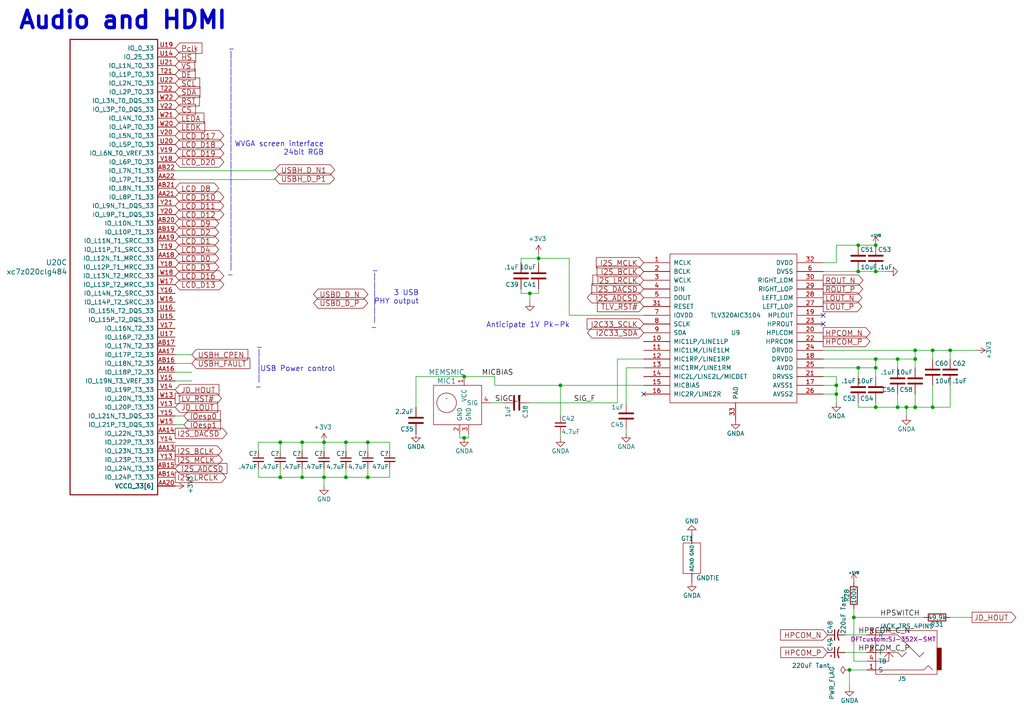
<source format=kicad_sch>
(kicad_sch (version 20230121) (generator eeschema)
  (paper "A4")
  (junction (at 265.43 104.14))
  (junction (at 93.98 138.43))
  (junction (at 134.62 109.22))
  (junction (at 248.92 71.12))
  (junction (at 106.68 128.27))
  (junction (at 248.92 106.68))
  (junction (at 260.35 118.11))
  (junction (at 248.92 78.74))
  (junction (at 254 106.68))
  (junction (at 81.28 138.43))
  (junction (at 265.43 118.11))
  (junction (at 242.57 111.76))
  (junction (at 87.63 128.27))
  (junction (at 106.68 138.43))
  (junction (at 81.28 128.27))
  (junction (at 100.33 128.27))
  (junction (at 254 71.12))
  (junction (at 254 104.14))
  (junction (at 254 78.74))
  (junction (at 87.63 138.43))
  (junction (at 262.89 118.11))
  (junction (at 247.65 179.07))
  (junction (at 270.51 101.6))
  (junction (at 275.59 101.6))
  (junction (at 265.43 101.6))
  (junction (at 260.35 104.14))
  (junction (at 270.51 118.11))
  (junction (at 134.62 127))
  (junction (at 246.38 194.31))
  (junction (at 93.98 128.27))
  (junction (at 242.57 114.3))
  (junction (at 162.56 111.76))
  (junction (at 156.21 74.93))
  (junction (at 254 118.11))
  (junction (at 153.67 85.09))
  (junction (at 100.33 138.43))
  (no_connect (at 238.76 93.98))
  (no_connect (at 238.76 91.44))
  (no_connect (at 186.69 114.3))
  (wire (pts (xy 134.62 127) (xy 135.89 127)))
  (wire (pts (xy 242.57 71.12) (xy 248.92 71.12)))
  (wire (pts (xy 74.93 128.27) (xy 74.93 130.81)))
  (wire (pts (xy 186.69 91.44) (xy 165.1 91.44)))
  (wire (pts (xy 156.21 73.66) (xy 156.21 74.93)))
  (wire (pts (xy 265.43 118.11) (xy 270.51 118.11)))
  (wire (pts (xy 79.756 49.276) (xy 79.248 49.276)))
  (wire (pts (xy 254 104.14) (xy 260.35 104.14)))
  (wire (pts (xy 79.248 49.276) (xy 79.248 49.53)))
  (wire (pts (xy 53.34 123.19) (xy 50.8 123.19)))
  (wire (pts (xy 55.626 105.41) (xy 50.8 105.41)))
  (wire (pts (xy 265.43 101.6) (xy 270.51 101.6)))
  (wire (pts (xy 179.07 104.14) (xy 179.07 116.84)))
  (wire (pts (xy 275.59 101.6) (xy 283.21 101.6)))
  (wire (pts (xy 275.59 118.11) (xy 275.59 111.76)))
  (wire (pts (xy 162.56 111.76) (xy 162.56 120.65)))
  (wire (pts (xy 265.43 101.6) (xy 265.43 104.14)))
  (wire (pts (xy 254 118.11) (xy 260.35 118.11)))
  (wire (pts (xy 81.28 135.89) (xy 81.28 138.43)))
  (wire (pts (xy 113.03 138.43) (xy 106.68 138.43)))
  (wire (pts (xy 93.98 128.27) (xy 87.63 128.27)))
  (wire (pts (xy 100.33 138.43) (xy 93.98 138.43)))
  (wire (pts (xy 265.43 104.14) (xy 265.43 106.68)))
  (wire (pts (xy 270.51 111.76) (xy 270.51 118.11)))
  (wire (pts (xy 181.61 124.46) (xy 181.61 125.73)))
  (wire (pts (xy 106.68 138.43) (xy 100.33 138.43)))
  (wire (pts (xy 260.35 114.3) (xy 260.35 118.11)))
  (wire (pts (xy 238.76 106.68) (xy 248.92 106.68)))
  (wire (pts (xy 81.28 130.81) (xy 81.28 128.27)))
  (wire (pts (xy 53.34 120.65) (xy 50.8 120.65)))
  (wire (pts (xy 143.51 111.76) (xy 143.51 109.22)))
  (wire (pts (xy 260.35 104.14) (xy 260.35 106.68)))
  (wire (pts (xy 238.76 78.74) (xy 248.92 78.74)))
  (wire (pts (xy 162.56 111.76) (xy 186.69 111.76)))
  (wire (pts (xy 93.98 128.27) (xy 93.98 130.81)))
  (wire (pts (xy 248.92 106.68) (xy 248.92 109.22)))
  (wire (pts (xy 87.63 138.43) (xy 81.28 138.43)))
  (wire (pts (xy 270.51 101.6) (xy 270.51 104.14)))
  (wire (pts (xy 134.62 109.22) (xy 120.65 109.22)))
  (wire (pts (xy 246.38 194.31) (xy 246.38 199.39)))
  (wire (pts (xy 179.07 104.14) (xy 186.69 104.14)))
  (wire (pts (xy 246.38 194.31) (xy 251.46 194.31)))
  (wire (pts (xy 270.51 101.6) (xy 275.59 101.6)))
  (wire (pts (xy 156.21 74.93) (xy 165.1 74.93)))
  (wire (pts (xy 79.248 49.53) (xy 50.8 49.53)))
  (wire (pts (xy 247.65 191.77) (xy 251.46 191.77)))
  (wire (pts (xy 162.56 125.73) (xy 162.56 127)))
  (wire (pts (xy 133.35 125.73) (xy 133.35 127)))
  (wire (pts (xy 100.33 128.27) (xy 93.98 128.27)))
  (wire (pts (xy 260.35 104.14) (xy 265.43 104.14)))
  (wire (pts (xy 262.89 118.11) (xy 265.43 118.11)))
  (wire (pts (xy 142.24 116.84) (xy 146.05 116.84)))
  (wire (pts (xy 87.63 128.27) (xy 81.28 128.27)))
  (wire (pts (xy 93.98 138.43) (xy 87.63 138.43)))
  (wire (pts (xy 254 118.11) (xy 254 116.84)))
  (wire (pts (xy 113.03 128.27) (xy 106.68 128.27)))
  (wire (pts (xy 186.69 106.68) (xy 181.61 106.68)))
  (wire (pts (xy 248.92 78.74) (xy 254 78.74)))
  (wire (pts (xy 254 78.74) (xy 257.81 78.74)))
  (wire (pts (xy 151.13 85.09) (xy 153.67 85.09)))
  (wire (pts (xy 106.68 128.27) (xy 106.68 130.81)))
  (wire (pts (xy 143.51 109.22) (xy 134.62 109.22)))
  (wire (pts (xy 156.21 85.09) (xy 156.21 83.82)))
  (wire (pts (xy 245.11 184.15) (xy 251.46 184.15)))
  (wire (pts (xy 238.76 76.2) (xy 242.57 76.2)))
  (wire (pts (xy 242.57 76.2) (xy 242.57 71.12)))
  (wire (pts (xy 100.33 135.89) (xy 100.33 138.43)))
  (wire (pts (xy 151.13 83.82) (xy 151.13 85.09)))
  (wire (pts (xy 247.65 179.07) (xy 247.65 191.77)))
  (wire (pts (xy 238.76 111.76) (xy 242.57 111.76)))
  (wire (pts (xy 74.93 138.43) (xy 74.93 135.89)))
  (wire (pts (xy 133.35 127) (xy 134.62 127)))
  (wire (pts (xy 247.65 176.53) (xy 247.65 179.07)))
  (wire (pts (xy 248.92 106.68) (xy 254 106.68)))
  (wire (pts (xy 151.13 76.2) (xy 151.13 74.93)))
  (wire (pts (xy 113.03 130.81) (xy 113.03 128.27)))
  (wire (pts (xy 55.626 110.49) (xy 50.8 110.49)))
  (wire (pts (xy 248.92 118.11) (xy 254 118.11)))
  (wire (pts (xy 79.502 51.816) (xy 79.502 52.07)))
  (wire (pts (xy 260.35 118.11) (xy 262.89 118.11)))
  (wire (pts (xy 254 106.68) (xy 254 109.22)))
  (wire (pts (xy 165.1 91.44) (xy 165.1 74.93)))
  (wire (pts (xy 238.76 101.6) (xy 265.43 101.6)))
  (wire (pts (xy 79.502 52.07) (xy 50.8 52.07)))
  (wire (pts (xy 242.57 111.76) (xy 242.57 114.3)))
  (wire (pts (xy 265.43 114.3) (xy 265.43 118.11)))
  (wire (pts (xy 113.03 138.43) (xy 113.03 135.89)))
  (wire (pts (xy 81.28 128.27) (xy 74.93 128.27)))
  (wire (pts (xy 270.51 118.11) (xy 275.59 118.11)))
  (wire (pts (xy 242.57 114.3) (xy 242.57 116.84)))
  (wire (pts (xy 81.28 138.43) (xy 74.93 138.43)))
  (wire (pts (xy 93.98 138.43) (xy 93.98 140.97)))
  (wire (pts (xy 106.68 135.89) (xy 106.68 138.43)))
  (wire (pts (xy 87.63 135.89) (xy 87.63 138.43)))
  (wire (pts (xy 275.59 179.07) (xy 281.94 179.07)))
  (wire (pts (xy 55.626 107.95) (xy 50.8 107.95)))
  (wire (pts (xy 247.65 179.07) (xy 267.97 179.07)))
  (wire (pts (xy 179.07 116.84) (xy 153.67 116.84)))
  (wire (pts (xy 238.76 109.22) (xy 242.57 109.22)))
  (wire (pts (xy 79.756 51.816) (xy 79.502 51.816)))
  (wire (pts (xy 93.98 135.89) (xy 93.98 138.43)))
  (wire (pts (xy 242.57 109.22) (xy 242.57 111.76)))
  (wire (pts (xy 238.76 114.3) (xy 242.57 114.3)))
  (wire (pts (xy 135.89 127) (xy 135.89 125.73)))
  (wire (pts (xy 153.67 85.09) (xy 156.21 85.09)))
  (wire (pts (xy 238.76 104.14) (xy 254 104.14)))
  (wire (pts (xy 87.63 128.27) (xy 87.63 130.81)))
  (wire (pts (xy 254 104.14) (xy 254 106.68)))
  (wire (pts (xy 153.67 87.63) (xy 153.67 85.09)))
  (wire (pts (xy 181.61 106.68) (xy 181.61 116.84)))
  (wire (pts (xy 248.92 118.11) (xy 248.92 116.84)))
  (wire (pts (xy 262.89 118.11) (xy 262.89 120.65)))
  (wire (pts (xy 143.51 111.76) (xy 162.56 111.76)))
  (wire (pts (xy 100.33 128.27) (xy 100.33 130.81)))
  (wire (pts (xy 275.59 101.6) (xy 275.59 104.14)))
  (wire (pts (xy 106.68 128.27) (xy 100.33 128.27)))
  (wire (pts (xy 55.626 102.87) (xy 50.8 102.87)))
  (wire (pts (xy 156.21 74.93) (xy 156.21 76.2)))
  (wire (pts (xy 248.92 71.12) (xy 254 71.12)))
  (wire (pts (xy 120.65 109.22) (xy 120.65 118.11)))
  (wire (pts (xy 151.13 74.93) (xy 156.21 74.93)))
  (wire (pts (xy 251.46 189.23) (xy 245.11 189.23)))
  (text "USB Power control" (at 75.438 107.95 0) (effects (font (size 1.524 1.524)) (justify left bottom)))
  (text " _\n|\n|\n|\n|\n|\n|\n -" (at 109.474 96.012 0) (effects (font (size 1.524 1.524)) (justify right bottom)))
  (text "  3 USB \nPHY output " (at 122.682 88.392 0) (effects (font (size 1.524 1.524)) (justify right bottom)))
  (text " _\n|\n|\n|\n|\n -" (at 75.946 113.284 0) (effects (font (size 1.524 1.524)) (justify right bottom)))
  (text "Anticipate 1V Pk-Pk" (at 140.97 95.25 0) (effects (font (size 1.5494 1.5494)) (justify left bottom)))
  (text "Audio and HDMI" (at 5.08 8.89 0) (effects (font (size 5.0038 5.0038) (thickness 1.0008) bold) (justify left bottom)))
  (text " _\n|\n|\n|\n|\n|\n|\n|\n|\n|\n|\n|\n|\n|\n|\n|\n|\n|\n|\n|\n|\n|\n|\n|\n|\n|\n|\n -" (at 67.818 80.772 0) (effects (font (size 1.524 1.524)) (justify right bottom)))
  (text "WVGA screen interface\n24bit RGB" (at 93.98 45.212 0) (effects (font (size 1.524 1.524)) (justify right bottom)))
  (label "HPSWITCH" (at 255.27 179.07 0) (effects (font (size 1.524 1.524))))
  (label "HPRCOM_C_P" (at 248.92 189.23 0) (effects (font (size 1.524 1.524))))
  (label "MICBIAS" (at 139.7 109.22 0) (effects (font (size 1.524 1.524))))
  (label "SIG_F" (at 166.37 116.84 0) (effects (font (size 1.524 1.524))))
  (label "SIGC_F" (at 143.51 116.84 0) (effects (font (size 1.524 1.524))))
  (label "HPRCOM_C_N" (at 248.92 184.15 0) (effects (font (size 1.524 1.524))))
  (global_label "LEDA" (shape input) (at 50.8 34.29 0) (effects (font (size 1.524 1.524))) (property "Intersheetrefs" "${INTERSHEET_REFS}" (effects hide)))
  (global_label "LOUT_N" (shape output) (at 238.76 86.36 0) (effects (font (size 1.524 1.524))) (property "Intersheetrefs" "${INTERSHEET_REFS}" (effects hide)))
  (global_label "USBD_D_N" (shape bidirectional) (at 90.932 85.344 0) (effects (font (size 1.524 1.524))) (property "Intersheetrefs" "${INTERSHEET_REFS}" (effects hide)))
  (global_label "LOUT_P" (shape output) (at 238.76 88.9 0) (effects (font (size 1.524 1.524))) (property "Intersheetrefs" "${INTERSHEET_REFS}" (effects hide)))
  (global_label "LCD_D19" (shape bidirectional) (at 50.8 44.45 0) (effects (font (size 1.524 1.524))) (property "Intersheetrefs" "${INTERSHEET_REFS}" (effects hide)))
  (global_label "IOesp0" (shape input) (at 53.34 120.65 0) (effects (font (size 1.524 1.524))) (property "Intersheetrefs" "${INTERSHEET_REFS}" (effects hide)))
  (global_label "I2S_ADCSD" (shape bidirectional) (at 186.69 86.36 180) (effects (font (size 1.524 1.524))) (property "Intersheetrefs" "${INTERSHEET_REFS}" (effects hide)))
  (global_label "LCD_D20" (shape bidirectional) (at 50.8 46.99 0) (effects (font (size 1.524 1.524))) (property "Intersheetrefs" "${INTERSHEET_REFS}" (effects hide)))
  (global_label "USBH_D_N1" (shape bidirectional) (at 79.756 49.276 0) (effects (font (size 1.524 1.524))) (property "Intersheetrefs" "${INTERSHEET_REFS}" (effects hide)))
  (global_label "LEDK" (shape input) (at 50.8 36.83 0) (effects (font (size 1.524 1.524))) (property "Intersheetrefs" "${INTERSHEET_REFS}" (effects hide)))
  (global_label "LCD_D12" (shape bidirectional) (at 50.8 62.23 0) (effects (font (size 1.524 1.524))) (property "Intersheetrefs" "${INTERSHEET_REFS}" (effects hide)))
  (global_label "RST" (shape input) (at 50.8 29.21 0) (effects (font (size 1.524 1.524))) (property "Intersheetrefs" "${INTERSHEET_REFS}" (effects hide)))
  (global_label "ROUT_P" (shape output) (at 238.76 83.82 0) (effects (font (size 1.524 1.524))) (property "Intersheetrefs" "${INTERSHEET_REFS}" (effects hide)))
  (global_label "LCD_D0" (shape bidirectional) (at 50.8 74.93 0) (effects (font (size 1.524 1.524))) (property "Intersheetrefs" "${INTERSHEET_REFS}" (effects hide)))
  (global_label "JD_HOUT" (shape output) (at 281.94 179.07 0) (effects (font (size 1.524 1.524))) (property "Intersheetrefs" "${INTERSHEET_REFS}" (effects hide)))
  (global_label "I2S_BCLK" (shape output) (at 50.8 130.81 0) (effects (font (size 1.524 1.524))) (property "Intersheetrefs" "${INTERSHEET_REFS}" (effects hide)))
  (global_label "LCD_D13" (shape bidirectional) (at 50.8 82.55 0) (effects (font (size 1.524 1.524))) (property "Intersheetrefs" "${INTERSHEET_REFS}" (effects hide)))
  (global_label "ROUT_N" (shape output) (at 238.76 81.28 0) (effects (font (size 1.524 1.524))) (property "Intersheetrefs" "${INTERSHEET_REFS}" (effects hide)))
  (global_label "LCD_D3" (shape bidirectional) (at 50.8 77.47 0) (effects (font (size 1.524 1.524))) (property "Intersheetrefs" "${INTERSHEET_REFS}" (effects hide)))
  (global_label "USBH_D_P1" (shape bidirectional) (at 79.756 51.816 0) (effects (font (size 1.524 1.524))) (property "Intersheetrefs" "${INTERSHEET_REFS}" (effects hide)))
  (global_label "DE" (shape input) (at 50.8 21.59 0) (effects (font (size 1.524 1.524))) (property "Intersheetrefs" "${INTERSHEET_REFS}" (effects hide)))
  (global_label "I2S_DACSD" (shape output) (at 50.8 125.73 0) (effects (font (size 1.524 1.524))) (property "Intersheetrefs" "${INTERSHEET_REFS}" (effects hide)))
  (global_label "SCL" (shape input) (at 50.8 24.13 0) (effects (font (size 1.524 1.524))) (property "Intersheetrefs" "${INTERSHEET_REFS}" (effects hide)))
  (global_label "I2S_MCLK" (shape input) (at 186.69 76.2 180) (effects (font (size 1.524 1.524))) (property "Intersheetrefs" "${INTERSHEET_REFS}" (effects hide)))
  (global_label "LCD_D16" (shape bidirectional) (at 50.8 80.01 0) (effects (font (size 1.524 1.524))) (property "Intersheetrefs" "${INTERSHEET_REFS}" (effects hide)))
  (global_label "LCD_D8" (shape bidirectional) (at 50.8 54.61 0) (effects (font (size 1.524 1.524))) (property "Intersheetrefs" "${INTERSHEET_REFS}" (effects hide)))
  (global_label "LCD_D11" (shape bidirectional) (at 50.8 59.69 0) (effects (font (size 1.524 1.524))) (property "Intersheetrefs" "${INTERSHEET_REFS}" (effects hide)))
  (global_label "TLV_RST#" (shape output) (at 50.8 115.57 0) (effects (font (size 1.524 1.524))) (property "Intersheetrefs" "${INTERSHEET_REFS}" (effects hide)))
  (global_label "LCD_D17" (shape bidirectional) (at 50.8 39.37 0) (effects (font (size 1.524 1.524))) (property "Intersheetrefs" "${INTERSHEET_REFS}" (effects hide)))
  (global_label "CS" (shape input) (at 50.8 31.75 0) (effects (font (size 1.524 1.524))) (property "Intersheetrefs" "${INTERSHEET_REFS}" (effects hide)))
  (global_label "I2S_ADCSD" (shape input) (at 50.8 135.89 0) (effects (font (size 1.524 1.524))) (property "Intersheetrefs" "${INTERSHEET_REFS}" (effects hide)))
  (global_label "HPCOM_P" (shape output) (at 238.76 99.06 0) (effects (font (size 1.524 1.524))) (property "Intersheetrefs" "${INTERSHEET_REFS}" (effects hide)))
  (global_label "I2S_MCLK" (shape output) (at 50.8 133.35 0) (effects (font (size 1.524 1.524))) (property "Intersheetrefs" "${INTERSHEET_REFS}" (effects hide)))
  (global_label "LCD_D4" (shape bidirectional) (at 50.8 72.39 0) (effects (font (size 1.524 1.524))) (property "Intersheetrefs" "${INTERSHEET_REFS}" (effects hide)))
  (global_label "I2S_LRCLK" (shape output) (at 50.8 138.43 0) (effects (font (size 1.524 1.524))) (property "Intersheetrefs" "${INTERSHEET_REFS}" (effects hide)))
  (global_label "Pclk" (shape input) (at 50.8 13.97 0) (effects (font (size 1.524 1.524))) (property "Intersheetrefs" "${INTERSHEET_REFS}" (effects hide)))
  (global_label "I2C33_SCLK" (shape input) (at 186.69 93.98 180) (effects (font (size 1.524 1.524))) (property "Intersheetrefs" "${INTERSHEET_REFS}" (effects hide)))
  (global_label "LCD_D10" (shape bidirectional) (at 50.8 57.15 0) (effects (font (size 1.524 1.524))) (property "Intersheetrefs" "${INTERSHEET_REFS}" (effects hide)))
  (global_label "JD_HOUT" (shape input) (at 50.8 113.03 0) (effects (font (size 1.524 1.524))) (property "Intersheetrefs" "${INTERSHEET_REFS}" (effects hide)))
  (global_label "USBH_FAULT" (shape input) (at 55.626 105.41 0) (effects (font (size 1.524 1.524))) (property "Intersheetrefs" "${INTERSHEET_REFS}" (effects hide)))
  (global_label "LCD_D9" (shape bidirectional) (at 50.8 64.77 0) (effects (font (size 1.524 1.524))) (property "Intersheetrefs" "${INTERSHEET_REFS}" (effects hide)))
  (global_label "LCD_D18" (shape bidirectional) (at 50.8 41.91 0) (effects (font (size 1.524 1.524))) (property "Intersheetrefs" "${INTERSHEET_REFS}" (effects hide)))
  (global_label "HS" (shape input) (at 50.8 16.51 0) (effects (font (size 1.524 1.524))) (property "Intersheetrefs" "${INTERSHEET_REFS}" (effects hide)))
  (global_label "USBD_D_P" (shape bidirectional) (at 90.932 87.884 0) (effects (font (size 1.524 1.524))) (property "Intersheetrefs" "${INTERSHEET_REFS}" (effects hide)))
  (global_label "HPCOM_N" (shape input) (at 240.03 184.15 180) (effects (font (size 1.524 1.524))) (property "Intersheetrefs" "${INTERSHEET_REFS}" (effects hide)))
  (global_label "TLV_RST#" (shape input) (at 186.69 88.9 180) (effects (font (size 1.524 1.524))) (property "Intersheetrefs" "${INTERSHEET_REFS}" (effects hide)))
  (global_label "LCD_D1" (shape bidirectional) (at 50.8 69.85 0) (effects (font (size 1.524 1.524))) (property "Intersheetrefs" "${INTERSHEET_REFS}" (effects hide)))
  (global_label "HPCOM_N" (shape output) (at 238.76 96.52 0) (effects (font (size 1.524 1.524))) (property "Intersheetrefs" "${INTERSHEET_REFS}" (effects hide)))
  (global_label "USBH_CPEN" (shape input) (at 55.626 102.87 0) (effects (font (size 1.524 1.524))) (property "Intersheetrefs" "${INTERSHEET_REFS}" (effects hide)))
  (global_label "JD_LOUT" (shape input) (at 50.8 118.11 0) (effects (font (size 1.524 1.524))) (property "Intersheetrefs" "${INTERSHEET_REFS}" (effects hide)))
  (global_label "LCD_D2" (shape bidirectional) (at 50.8 67.31 0) (effects (font (size 1.524 1.524))) (property "Intersheetrefs" "${INTERSHEET_REFS}" (effects hide)))
  (global_label "IOesp1" (shape input) (at 53.34 123.19 0) (effects (font (size 1.524 1.524))) (property "Intersheetrefs" "${INTERSHEET_REFS}" (effects hide)))
  (global_label "I2C33_SDA" (shape bidirectional) (at 186.69 96.52 180) (effects (font (size 1.524 1.524))) (property "Intersheetrefs" "${INTERSHEET_REFS}" (effects hide)))
  (global_label "HPCOM_P" (shape input) (at 240.03 189.23 180) (effects (font (size 1.524 1.524))) (property "Intersheetrefs" "${INTERSHEET_REFS}" (effects hide)))
  (global_label "VS" (shape input) (at 50.8 19.05 0) (effects (font (size 1.524 1.524))) (property "Intersheetrefs" "${INTERSHEET_REFS}" (effects hide)))
  (global_label "I2S_DACSD" (shape input) (at 186.69 83.82 180) (effects (font (size 1.524 1.524))) (property "Intersheetrefs" "${INTERSHEET_REFS}" (effects hide)))
  (global_label "SDA" (shape input) (at 50.8 26.67 0) (effects (font (size 1.524 1.524))) (property "Intersheetrefs" "${INTERSHEET_REFS}" (effects hide)))
  (global_label "I2S_BCLK" (shape input) (at 186.69 78.74 180) (effects (font (size 1.524 1.524))) (property "Intersheetrefs" "${INTERSHEET_REFS}" (effects hide)))
  (global_label "I2S_LRCLK" (shape input) (at 186.69 81.28 180) (effects (font (size 1.524 1.524))) (property "Intersheetrefs" "${INTERSHEET_REFS}" (effects hide)))
  (symbol (lib_id "Device:R") (at 247.65 172.72 180) (unit 1)
    (property "Reference" "R28" (at 245.618 172.72 90))
    (property "Value" "100k" (at 247.65 172.72 90))
    (property "Footprint" "Resistor_SMD:R_0402_1005Metric" (effects hide))
    (property "MFR" "Yageo" (effects hide))
    (property "MPN" "RC0402FR-07100KL" (effects hide))
    (property "SPR" "Digikey" (effects hide))
    (property "SPN" "311-100KLRTR-ND" (effects hide))
  )
  (symbol (lib_id "Device:R") (at 271.78 179.07 270) (unit 1)
    (property "Reference" "R31" (at 271.78 181.102 90))
    (property "Value" "49.9k" (at 271.78 179.07 90))
    (property "Footprint" "Resistor_SMD:R_0402_1005Metric" (effects hide))
    (property "MFR" "Yageo" (effects hide))
    (property "MPN" "RC0402FR-0749K9L" (effects hide))
    (property "SPR" "Digikey" (effects hide))
    (property "SPN" "311-49.9KLRCT-ND" (effects hide))
  )
  (symbol (lib_id "DFTBoard-rescue:MEMSMIC") (at 129.54 115.57 0) (unit 1)
    (property "Reference" "MIC1" (at 129.54 110.49 0) (effects (font (size 1.524 1.524))))
    (property "Value" "MEMSMIC" (at 129.54 107.95 0) (effects (font (size 1.524 1.524))))
    (property "Footprint" "SPW2430HR5H-B:MIC_SPW2430HR5H-B" (effects hide))
    (property "MFR" "Knowles" (effects hide))
    (property "MPN" "SPW2430HR5H-B" (effects hide))
    (property "SPR" "Digikey" (effects hide))
    (property "SPN" "423-1394-1-ND" (effects hide))
  )
  (symbol (lib_id "power:GNDA") (at 246.38 199.39 0) (unit 1)
    (property "Reference" "#PWR087" (effects hide))
    (property "Value" "GNDA" (at 246.38 203.2 0))
  )
  (symbol (lib_id "Device:C") (at 151.13 80.01 180) (unit 1)
    (property "Reference" "C39" (at 150.495 82.55 0) (effects (justify left)))
    (property "Value" ".1uF" (at 150.495 77.47 0) (effects (justify left)))
    (property "Footprint" "Capacitor_SMD:C_0402_1005Metric" (effects hide))
    (property "MFR" "Yageo" (effects hide))
    (property "MPN" "CC0402KRX7R6BB104" (effects hide))
    (property "SPR" "Digikey" (effects hide))
    (property "SPN" "311-1345-1-ND" (effects hide))
  )
  (symbol (lib_id "Device:C") (at 156.21 80.01 180) (unit 1)
    (property "Reference" "C41" (at 155.575 82.55 0) (effects (justify left)))
    (property "Value" "10uF" (at 155.575 77.47 0) (effects (justify left)))
    (property "Footprint" "Capacitor_SMD:C_0603_1608Metric" (effects hide))
    (property "MFR" "Murata" (effects hide))
    (property "MPN" "GRM188R61A106KE69J" (effects hide))
    (property "SPR" "Digikey" (effects hide))
    (property "SPN" "490-14372-1-ND" (effects hide))
  )
  (symbol (lib_id "power:GND") (at 153.67 87.63 0) (unit 1)
    (property "Reference" "#PWR071" (effects hide))
    (property "Value" "GND" (effects hide))
  )
  (symbol (lib_id "Device:C") (at 248.92 113.03 180) (unit 1)
    (property "Reference" "C52" (at 248.285 115.57 0) (effects (justify left)))
    (property "Value" ".1uF" (at 248.285 110.49 0) (effects (justify left)))
    (property "Footprint" "Capacitor_SMD:C_0402_1005Metric" (effects hide))
    (property "MFR" "Yageo" (effects hide))
    (property "MPN" "CC0402KRX7R6BB104" (effects hide))
    (property "SPR" "Digikey" (effects hide))
    (property "SPN" "311-1345-1-ND" (effects hide))
  )
  (symbol (lib_id "Device:C") (at 260.35 110.49 180) (unit 1)
    (property "Reference" "C56" (at 259.715 113.03 0) (effects (justify left)))
    (property "Value" ".1uF" (at 259.715 107.95 0) (effects (justify left)))
    (property "Footprint" "Capacitor_SMD:C_0402_1005Metric" (effects hide))
    (property "MFR" "Yageo" (effects hide))
    (property "MPN" "CC0402KRX7R6BB104" (effects hide))
    (property "SPR" "Digikey" (effects hide))
    (property "SPN" "311-1345-1-ND" (effects hide))
  )
  (symbol (lib_id "power:GNDA") (at 242.57 116.84 0) (unit 1)
    (property "Reference" "#PWR086" (effects hide))
    (property "Value" "GNDA" (at 242.57 120.65 0))
  )
  (symbol (lib_id "Device:C") (at 254 113.03 180) (unit 1)
    (property "Reference" "C54" (at 253.365 115.57 0) (effects (justify left)))
    (property "Value" "10uF" (at 253.365 110.49 0) (effects (justify left)))
    (property "Footprint" "Capacitor_SMD:C_0603_1608Metric" (effects hide))
    (property "MFR" "Murata" (effects hide))
    (property "MPN" "GRM188R61A106KE69J" (effects hide))
    (property "SPR" "Digikey" (effects hide))
    (property "SPN" "490-14372-1-ND" (effects hide))
  )
  (symbol (lib_id "Device:C") (at 265.43 110.49 180) (unit 1)
    (property "Reference" "C58" (at 264.795 113.03 0) (effects (justify left)))
    (property "Value" "10uF" (at 264.795 107.95 0) (effects (justify left)))
    (property "Footprint" "Capacitor_SMD:C_0603_1608Metric" (effects hide))
    (property "MFR" "Murata" (effects hide))
    (property "MPN" "GRM188R61A106KE69J" (effects hide))
    (property "SPR" "Digikey" (effects hide))
    (property "SPN" "490-14372-1-ND" (effects hide))
  )
  (symbol (lib_id "Device:C") (at 254 74.93 0) (unit 1)
    (property "Reference" "C53" (at 254.635 72.39 0) (effects (justify left)))
    (property "Value" ".1uF" (at 254.635 77.47 0) (effects (justify left)))
    (property "Footprint" "Capacitor_SMD:C_0402_1005Metric" (effects hide))
    (property "MFR" "Yageo" (effects hide))
    (property "MPN" "CC0402KRX7R6BB104" (effects hide))
    (property "SPR" "Digikey" (effects hide))
    (property "SPN" "311-1345-1-ND" (effects hide))
  )
  (symbol (lib_id "Device:C") (at 248.92 74.93 0) (unit 1)
    (property "Reference" "C51" (at 249.555 72.39 0) (effects (justify left)))
    (property "Value" "10uF" (at 249.555 77.47 0) (effects (justify left)))
    (property "Footprint" "Capacitor_SMD:C_0603_1608Metric" (effects hide))
    (property "MFR" "Murata" (effects hide))
    (property "MPN" "GRM188R61A106KE69J" (effects hide))
    (property "SPR" "Digikey" (effects hide))
    (property "SPN" "490-14372-1-ND" (effects hide))
  )
  (symbol (lib_id "power:GND") (at 257.81 78.74 90) (unit 1)
    (property "Reference" "#PWR095" (effects hide))
    (property "Value" "GND" (effects hide))
  )
  (symbol (lib_id "power:GNDA") (at 134.62 127 0) (unit 1)
    (property "Reference" "#PWR069" (effects hide))
    (property "Value" "GNDA" (at 134.62 130.81 0))
  )
  (symbol (lib_id "power:GNDA") (at 262.89 120.65 0) (unit 1)
    (property "Reference" "#PWR096" (effects hide))
    (property "Value" "GNDA" (at 262.89 124.46 0))
  )
  (symbol (lib_id "Device:C") (at 275.59 107.95 0) (unit 1)
    (property "Reference" "C62" (at 276.225 105.41 0) (effects (justify left)))
    (property "Value" ".1uF" (at 276.225 110.49 0) (effects (justify left)))
    (property "Footprint" "Capacitor_SMD:C_0402_1005Metric" (effects hide))
    (property "MFR" "Yageo" (effects hide))
    (property "MPN" "CC0402KRX7R6BB104" (effects hide))
    (property "SPR" "Digikey" (effects hide))
    (property "SPN" "311-1345-1-ND" (effects hide))
  )
  (symbol (lib_id "Device:C") (at 270.51 107.95 0) (unit 1)
    (property "Reference" "C60" (at 271.145 105.41 0) (effects (justify left)))
    (property "Value" "10uF" (at 271.145 110.49 0) (effects (justify left)))
    (property "Footprint" "Capacitor_SMD:C_0603_1608Metric" (effects hide))
    (property "MFR" "Murata" (effects hide))
    (property "MPN" "GRM188R61A106KE69J" (effects hide))
    (property "SPR" "Digikey" (effects hide))
    (property "SPN" "490-14372-1-ND" (effects hide))
  )
  (symbol (lib_id "Device:C") (at 120.65 121.92 180) (unit 1)
    (property "Reference" "C35" (at 120.015 124.46 0) (effects (justify left)))
    (property "Value" "2.2uF" (at 120.015 119.38 0) (effects (justify left)))
    (property "Footprint" "Capacitor_SMD:C_0402_1005Metric" (effects hide))
    (property "MFR" "Murata" (effects hide))
    (property "MPN" "GRM155R61A225KE95D" (effects hide))
    (property "SPR" "Digikey" (effects hide))
    (property "SPN" "490-10451-1-ND" (effects hide))
  )
  (symbol (lib_id "DFTBoard-rescue:CP1_Small-Device") (at 242.57 184.15 90) (unit 1)
    (property "Reference" "C48" (at 240.792 183.896 0) (effects (justify left)))
    (property "Value" "220uF Tant." (at 244.602 183.896 0) (effects (justify left)))
    (property "Footprint" "Capacitor_Tantalum_SMD:CP_EIA-3528-12_Kemet-T" (effects hide))
    (property "MFR" "AVX Corporation" (effects hide))
    (property "MPN" "F930G227KBA" (effects hide))
    (property "SPR" "Digikey" (effects hide))
    (property "SPN" "478-8139-1-ND" (effects hide))
  )
  (symbol (lib_id "DFTBoard-rescue:CP1_Small-Device") (at 242.57 189.23 90) (unit 1)
    (property "Reference" "C49" (at 240.792 188.976 0) (effects (justify left)))
    (property "Value" "220uF Tant." (at 241.3 193.04 90) (effects (justify left)))
    (property "Footprint" "Capacitor_Tantalum_SMD:CP_EIA-3528-12_Kemet-T" (effects hide))
    (property "MFR" "AVX Corporation" (effects hide))
    (property "MPN" "F930G227KBA" (effects hide))
    (property "SPR" "Digikey" (effects hide))
    (property "SPN" "478-8139-1-ND" (effects hide))
  )
  (symbol (lib_id "DFTBoard-rescue:TLV320AIC3104") (at 213.36 93.98 0) (unit 1)
    (property "Reference" "U9" (at 213.36 96.52 0))
    (property "Value" "TLV320AIC3104" (at 213.36 91.44 0))
    (property "Footprint" "Package_DFN_QFN:QFN-32-1EP_5x5mm_P0.5mm_EP3.65x3.65mm" (effects hide))
    (property "MFR" "Texas Instruments" (effects hide))
    (property "MPN" "TLV320AIC3104IRHBR" (effects hide))
    (property "SPR" "Digikey" (effects hide))
    (property "SPN" "296-26818-1-ND" (effects hide))
  )
  (symbol (lib_id "power:+1V8") (at 254 71.12 0) (unit 1)
    (property "Reference" "#PWR093" (effects hide))
    (property "Value" "+1.8V" (at 254 68.326 0) (effects (font (size 0.762 0.762))))
  )
  (symbol (lib_id "power:+3V3") (at 283.21 101.6 270) (unit 1)
    (property "Reference" "#PWR0100" (effects hide))
    (property "Value" "+3.3V" (at 286.766 101.6 0))
  )
  (symbol (lib_id "DFTBoard-rescue:PWR_FLAG") (at 246.38 194.31 90) (unit 1)
    (property "Reference" "#FLG03" (effects hide))
    (property "Value" "PWR_FLAG" (at 241.3 198.12 0))
  )
  (symbol (lib_id "DFTBoard-rescue:JACK_TRS_4PINS") (at 261.62 189.23 180) (unit 1)
    (property "Reference" "J5" (at 261.62 196.85 0))
    (property "Value" "JACK_TRS_4PINS" (at 262.89 181.61 0))
    (property "Footprint" "DFTcustom:SJ-352X-SMT" (at 259.08 185.42 0))
    (property "MFR" "CUI Inc." (effects hide))
    (property "MPN" "SJ-3524-SMT-TR" (effects hide))
    (property "SPR" "Digikey" (effects hide))
    (property "SPN" "CP-3524SJCT-ND" (effects hide))
  )
  (symbol (lib_id "Device:C") (at 149.86 116.84 270) (unit 1)
    (property "Reference" "C38" (at 152.4 117.475 0) (effects (justify left)))
    (property "Value" "1uF" (at 147.32 117.475 0) (effects (justify left)))
    (property "Footprint" "Capacitor_SMD:C_0402_1005Metric" (effects hide))
    (property "MFR" "Yageo" (effects hide))
    (property "MPN" "CC0402KRX5R6BB105" (effects hide))
    (property "SPR" "Digikey" (effects hide))
    (property "SPN" "311-1439-1-ND" (effects hide))
  )
  (symbol (lib_id "Device:C_Small") (at 162.56 123.19 0) (unit 1)
    (property "Reference" "C42" (at 162.814 121.412 0) (effects (justify left)))
    (property "Value" "4.7uF" (at 162.814 125.222 0) (effects (justify left)))
    (property "Footprint" "Capacitor_SMD:C_0402_1005Metric" (effects hide))
    (property "MFR" "Murata" (effects hide))
    (property "MPN" "GRM155R60G475ME47D" (effects hide))
    (property "SPR" "Digikey" (effects hide))
    (property "SPN" "490-11980-1-ND" (effects hide))
  )
  (symbol (lib_id "power:GNDA") (at 162.56 127 0) (unit 1)
    (property "Reference" "#PWR073" (effects hide))
    (property "Value" "GNDA" (at 162.56 130.81 0))
  )
  (symbol (lib_id "Device:C") (at 181.61 120.65 180) (unit 1)
    (property "Reference" "C45" (at 180.975 123.19 0) (effects (justify left)))
    (property "Value" "1uF" (at 180.975 118.11 0) (effects (justify left)))
    (property "Footprint" "Capacitor_SMD:C_0402_1005Metric" (effects hide))
    (property "MFR" "Yageo" (effects hide))
    (property "MPN" "CC0402KRX5R6BB105" (effects hide))
    (property "SPR" "Digikey" (effects hide))
    (property "SPN" "311-1439-1-ND" (effects hide))
  )
  (symbol (lib_id "power:GNDA") (at 181.61 125.73 0) (unit 1)
    (property "Reference" "#PWR078" (effects hide))
    (property "Value" "GNDA" (at 181.61 129.54 0))
  )
  (symbol (lib_id "power:+1V8") (at 247.65 168.91 0) (unit 1)
    (property "Reference" "#PWR090" (effects hide))
    (property "Value" "+1.8V" (at 247.65 166.116 0) (effects (font (size 0.762 0.762))))
  )
  (symbol (lib_id "power:GND") (at 200.66 154.94 180) (unit 1)
    (property "Reference" "#PWR081" (effects hide))
    (property "Value" "GND" (at 200.66 151.13 0))
    (instances (project "DFTBoard" (path "" (reference "#PWR081") (unit 1)) (path "" (reference "#PWR?") (unit 1))))
  )
  (symbol (lib_id "power:GNDA") (at 200.66 168.91 0) (unit 1)
    (property "Reference" "#PWR082" (effects hide))
    (property "Value" "GNDA" (at 200.66 172.72 0))
    (instances (project "DFTBoard" (path "" (reference "#PWR082") (unit 1)) (path "" (reference "#PWR?") (unit 1))))
  )
  (symbol (lib_id "DFTBoard-rescue:GNDTIE-") (at 196.85 158.75 0) (unit 1)
    (property "Reference" "GT1" (at 197.485 156.21 0) (effects (justify left)))
    (property "Value" "GNDTIE" (at 201.93 167.64 0) (effects (justify left)))
    (property "Footprint" "DFTcustom:gndtie" (effects hide))
    (property "MFR" "DNS" (effects hide))
    (property "MPN" "-" (effects hide))
    (property "SPR" "-" (effects hide))
    (property "SPN" "-" (effects hide))
    (property "SPURL" "-" (effects hide))
    (instances (project "DFTBoard" (path "" (reference "GT1") (unit 1)) (path "" (reference "GT?") (unit 1))))
  )
  (symbol (lib_id "power:GNDA") (at 120.65 125.73 0) (unit 1)
    (property "Reference" "#PWR067" (effects hide))
    (property "Value" "GNDA" (at 120.65 129.54 0))
  )
  (symbol (lib_id "Device:C_Small") (at 113.03 133.35 0) (mirror y) (unit 1)
    (property "Reference" "C?" (at 112.776 131.572 0) (effects (justify left)))
    (property "Value" "47uF" (at 112.776 135.382 0) (effects (justify left)))
    (property "Footprint" "Capacitor_SMD:C_0805_2012Metric" (effects hide))
    (property "MFR" "Murata" (effects hide))
    (property "MPN" "GRM219R60J476ME44D" (effects hide))
    (property "SPR" "Digikey" (effects hide))
    (property "SPN" "490-13249-1-ND" (effects hide))
    (instances (project "DFTBoard" (path "" (reference "C?") (unit 1)) (path "" (reference "C61") (unit 1))))
  )
  (symbol (lib_id "Device:C_Small") (at 106.68 133.35 0) (mirror y) (unit 1)
    (property "Reference" "C?" (at 106.426 131.572 0) (effects (justify left)))
    (property "Value" "4.7uF" (at 106.426 135.382 0) (effects (justify left)))
    (property "Footprint" "Capacitor_SMD:C_0402_1005Metric" (effects hide))
    (property "MFR" "Murata" (effects hide))
    (property "MPN" "GRM155R60G475ME47D" (effects hide))
    (property "SPR" "Digikey" (effects hide))
    (property "SPN" "490-11980-1-ND" (effects hide))
    (instances (project "DFTBoard" (path "" (reference "C?") (unit 1)) (path "" (reference "C59") (unit 1))))
  )
  (symbol (lib_id "Device:C_Small") (at 100.33 133.35 0) (mirror y) (unit 1)
    (property "Reference" "C?" (at 100.076 131.572 0) (effects (justify left)))
    (property "Value" "4.7uF" (at 100.076 135.382 0) (effects (justify left)))
    (property "Footprint" "Capacitor_SMD:C_0402_1005Metric" (effects hide))
    (property "MFR" "Murata" (effects hide))
    (property "MPN" "GRM155R60G475ME47D" (effects hide))
    (property "SPR" "Digikey" (effects hide))
    (property "SPN" "490-11980-1-ND" (effects hide))
    (instances (project "DFTBoard" (path "" (reference "C?") (unit 1)) (path "" (reference "C57") (unit 1))))
  )
  (symbol (lib_id "Device:C_Small") (at 93.98 133.35 0) (mirror y) (unit 1)
    (property "Reference" "C?" (at 93.726 131.572 0) (effects (justify left)))
    (property "Value" ".47uF" (at 93.726 135.382 0) (effects (justify left)))
    (property "Footprint" "Capacitor_SMD:C_0402_1005Metric" (effects hide))
    (property "MFR" "Yageo" (effects hide))
    (property "MPN" "CC0402KRX5R5BB474" (effects hide))
    (property "SPR" "Digikey" (effects hide))
    (property "SPN" "311-1684-1-ND" (effects hide))
    (instances (project "DFTBoard" (path "" (reference "C?") (unit 1)) (path "" (reference "C55") (unit 1))))
  )
  (symbol (lib_id "Device:C_Small") (at 87.63 133.35 0) (mirror y) (unit 1)
    (property "Reference" "C?" (at 87.376 131.572 0) (effects (justify left)))
    (property "Value" ".47uF" (at 87.376 135.382 0) (effects (justify left)))
    (property "Footprint" "Capacitor_SMD:C_0402_1005Metric" (effects hide))
    (property "MFR" "Yageo" (effects hide))
    (property "MPN" "CC0402KRX5R5BB474" (effects hide))
    (property "SPR" "Digikey" (effects hide))
    (property "SPN" "311-1684-1-ND" (effects hide))
    (instances (project "DFTBoard" (path "" (reference "C?") (unit 1)) (path "" (reference "C50") (unit 1))))
  )
  (symbol (lib_id "Device:C_Small") (at 81.28 133.35 0) (mirror y) (unit 1)
    (property "Reference" "C?" (at 81.026 131.572 0) (effects (justify left)))
    (property "Value" ".47uF" (at 81.026 135.382 0) (effects (justify left)))
    (property "Footprint" "Capacitor_SMD:C_0402_1005Metric" (effects hide))
    (property "MFR" "Yageo" (effects hide))
    (property "MPN" "CC0402KRX5R5BB474" (effects hide))
    (property "SPR" "Digikey" (effects hide))
    (property "SPN" "311-1684-1-ND" (effects hide))
    (instances (project "DFTBoard" (path "" (reference "C?") (unit 1)) (path "" (reference "C47") (unit 1))))
  )
  (symbol (lib_id "Device:C_Small") (at 74.93 133.35 0) (mirror y) (unit 1)
    (property "Reference" "C?" (at 74.676 131.572 0) (effects (justify left)))
    (property "Value" ".47uF" (at 74.676 135.382 0) (effects (justify left)))
    (property "Footprint" "Capacitor_SMD:C_0402_1005Metric" (effects hide))
    (property "MFR" "Yageo" (effects hide))
    (property "MPN" "CC0402KRX5R5BB474" (effects hide))
    (property "SPR" "Digikey" (effects hide))
    (property "SPN" "311-1684-1-ND" (effects hide))
    (instances (project "DFTBoard" (path "" (reference "C?") (unit 1)) (path "" (reference "C46") (unit 1))))
  )
  (symbol (lib_id "power:GND") (at 93.98 140.97 0) (mirror y) (unit 1)
    (property "Reference" "#PWR?" (effects hide))
    (property "Value" "GND" (at 93.98 144.78 0))
    (instances (project "DFTBoard" (path "" (reference "#PWR?") (unit 1)) (path "" (reference "#PWR0208") (unit 1))))
  )
  (symbol (lib_id "DFTBoard-rescue:+3.3V-power") (at 93.98 128.27 0) (mirror y) (unit 1)
    (property "Reference" "#PWR0209" (effects hide))
    (property "Value" "+3.3V" (at 93.599 123.8758 0))
    (instances (project "DFTBoard" (path "" (reference "#PWR0209") (unit 1)) (path "" (reference "#PWR?") (unit 1))))
  )
  (symbol (lib_id "xilinx7:xc7z020clg484") (at 50.8 13.97 0) (mirror y) (unit 3)
    (property "Reference" "U20" (at 19.5326 76.1238 0) (effects (font (size 1.524 1.524)) (justify left)))
    (property "Value" "xc7z020clg484" (at 19.5326 78.8162 0) (effects (font (size 1.524 1.524)) (justify left)))
    (property "Footprint" "DFTcustom:BGA-484_19.0x19.0mm_Layout22x22_P0.80mm_dia0.40mm" (effects hide))
    (property "MFR" "Xilinx" (effects hide))
    (property "MPN" "XC7Z020-1CLG484C" (effects hide))
    (property "SPR" "Digikey" (effects hide))
    (property "SPN" "122-1850-ND" (effects hide))
    (property "SPURL" "-" (effects hide))
    (instances (project "DFTBoard" (path "" (reference "U20") (unit 3)) (path "" (reference "U?") (unit 3))))
  )
  (symbol (lib_id "DFTBoard-rescue:+3.3V-power") (at 156.21 73.66 0) (mirror y) (unit 1)
    (property "Reference" "#PWR031" (effects hide))
    (property "Value" "+3.3V" (at 155.829 69.2658 0))
    (instances (project "DFTBoard" (path "" (reference "#PWR031") (unit 1)) (path "" (reference "#PWR?") (unit 1))))
  )
  (symbol (lib_id "power:GNDA") (at 213.36 121.92 0) (unit 1)
    (property "Reference" "#PWR0355" (effects hide))
    (property "Value" "GNDA" (at 213.36 125.73 0))
  )
  (symbol (lib_id "DFTBoard-rescue:+3.3V-power") (at 50.8 140.97 270) (mirror x) (unit 1)
    (property "Reference" "#PWR0127" (effects hide))
    (property "Value" "+3.3V" (at 55.1942 140.589 0))
    (instances (project "DFTBoard" (path "" (reference "#PWR0127") (unit 1)) (path "" (reference "#PWR?") (unit 1))))
  )
)
</source>
